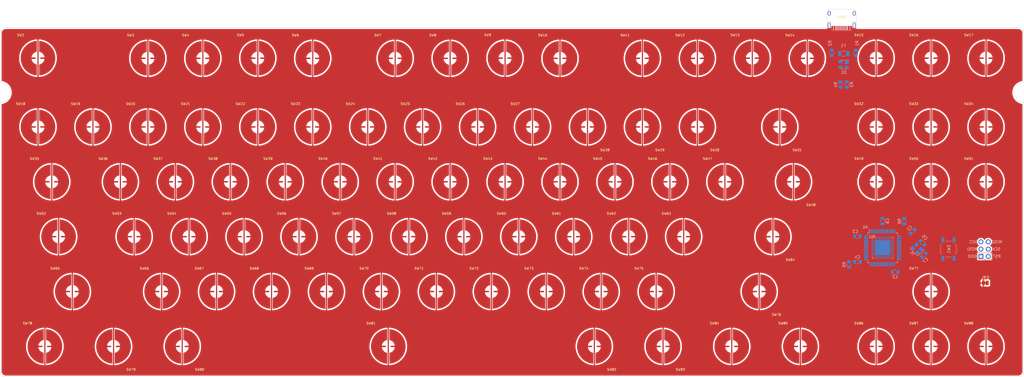
<source format=kicad_pcb>
(kicad_pcb (version 20211014) (generator pcbnew)
  (layers (0 "F.Cu" signal) (31 "B.Cu" signal) (34 "B.Paste" user) (35 "F.Paste" user) (36 "B.SilkS" user "B.Silkscreen") (37 "F.SilkS" user "F.Silkscreen") (38 "B.Mask" user) (39 "F.Mask" user) (44 "Edge.Cuts" user))
  (net 0 "")
  (net 1 "GND")
  (net 2 "D+")
  (net 3 "D-")
  (net 4 "VCC")
  (net 5 "COL0")
  (net 6 "COL1")
  (net 7 "COL2")
  (net 8 "COL3")
  (net 9 "COL4")
  (net 10 "COL5")
  (net 11 "COL6")
  (net 12 "COL7")
  (net 13 "COL8")
  (net 14 "Scroll_LED")
  (net 15 "/MCU_D-")
  (net 16 "/MCU_D+")
  (net 17 "Net-(C6-Pad1)")
  (net 18 "ROW0")
  (net 19 "ROW1")
  (net 20 "RST")
  (net 21 "XTAL2")
  (net 22 "XTAL1")
  (net 23 "ROW4")
  (net 24 "ROW5")
  (net 25 "Caps_LED")
  (net 26 "ROW11")
  (net 27 "ROW10")
  (net 28 "ROW8")
  (net 29 "ROW9")
  (net 30 "ROW6")
  (net 31 "ROW7")
  (net 32 "Net-(R5-Pad1)")
  (net 34 "VBUS")
  (net 35 "MOSI")
  (net 36 "MISO")
  (net 39 "Net-(R1-Pad2)")
  (net 40 "Net-(R2-Pad1)")
  (net 43 "GNDA")
  (net 44 "COL9")
  (net 45 "COL10")
  (net 46 "COL11")
  (net 47 "COL12")
  (net 48 "COL13")
  (net 49 "COL14")
  (net 50 "COL15")
  (net 51 "COL16")
  (footprint "cipulot_parts:ecs_pad" (layer "F.Cu") (at 277.21 117.9425 180)
    (fp_text reference "SW30")
    (fp_text value "EC_SW" hide)
  )
  (footprint "cipulot_parts:ecs_pad" (layer "F.Cu") (at 267.71 136.9425)
    (fp_text reference "SW46")
    (fp_text value "EC_SW" hide)
  )
  (footprint "cipulot_parts:ecs_pad" (layer "F.Cu") (at 106.21 117.9425)
    (fp_text reference "SW21")
    (fp_text value "EC_SW" hide)
  )
  (footprint "cipulot_parts:ecs_pad" (layer "F.Cu") (at 277.21 94.1925)
    (fp_text reference "SW12")
    (fp_text value "EC_SW" hide)
  )
  (footprint "cipulot_parts:ecs_pad" (layer "F.Cu") (at 167.96 174.9425)
    (fp_text reference "SW70")
    (fp_text value "EC_SW" hide)
  )
  (footprint "cipulot_parts:ecs_pad" (layer "F.Cu") (at 201.21 117.9425)
    (fp_text reference "SW26")
    (fp_text value "EC_SW" hide)
  )
  (footprint "cipulot_parts:ecs_pad" (layer "F.Cu") (at 265.335 193.9425 180)
    (fp_text reference "SW83")
    (fp_text value "EC_SW" hide)
  )
  (footprint "cipulot_parts:ecs_pad" (layer "F.Cu") (at 172.71 94.1925)
    (fp_text reference "SW7")
    (fp_text value "EC_SW" hide)
  )
  (footprint "cipulot_parts:ecs_pad" (layer "F.Cu") (at 91.96 174.9425)
    (fp_text reference "SW66")
    (fp_text value "EC_SW" hide)
  )
  (footprint "cipulot_parts:ecs_pad" (layer "F.Cu") (at 101.46 155.9425)
    (fp_text reference "SW54")
    (fp_text value "EC_SW" hide)
  )
  (footprint "cipulot_parts:ecs_pad" (layer "F.Cu") (at 148.96 174.9425)
    (fp_text reference "SW69")
    (fp_text value "EC_SW" hide)
  )
  (footprint "cipulot_parts:ecs_pad" (layer "F.Cu") (at 129.96 174.9425)
    (fp_text reference "SW68")
    (fp_text value "EC_SW" hide)
  )
  (footprint "cipulot_parts:ecs_pad" (layer "F.Cu") (at 49.21 94.13)
    (fp_text reference "SW2")
    (fp_text value "EC_SW" hide)
  )
  (footprint "cipulot_parts:ecs_pad" (layer "F.Cu") (at 61.085 174.9425)
    (fp_text reference "SW65")
    (fp_text value "EC_SW" hide)
  )
  (footprint "cipulot_parts:ecs_pad" (layer "F.Cu") (at 310.46 136.9425 180)
    (fp_text reference "SW48")
    (fp_text value "EC_SW" hide)
  )
  (footprint "cipulot_parts:ecs_pad" (layer "F.Cu") (at 358.0225 193.9425)
    (fp_text reference "SW87")
    (fp_text value "EC_SW" hide)
  )
  (footprint "cipulot_parts:ecs_pad" (layer "F.Cu") (at 358.0225 94.13)
    (fp_text reference "SW16")
    (fp_text value "EC_SW" hide)
  )
  (footprint "cipulot_parts:ecs_pad" (layer "F.Cu") (at 258.21 117.9425 180)
    (fp_text reference "SW29")
    (fp_text value "EC_SW" hide)
  )
  (footprint "cipulot_parts:ecs_pad" (layer "F.Cu") (at 258.21 94.1925)
    (fp_text reference "SW11")
    (fp_text value "EC_SW" hide)
  )
  (footprint "cipulot_parts:ecs_pad" (layer "F.Cu") (at 177.46 155.9425)
    (fp_text reference "SW58")
    (fp_text value "EC_SW" hide)
  )
  (footprint "cipulot_parts:ecs_pad" (layer "F.Cu") (at 315.21 94.1925)
    (fp_text reference "SW14")
    (fp_text value "EC_SW" hide)
  )
  (footprint "cipulot_parts:ecs_pad" (layer "F.Cu") (at 253.46 155.9425)
    (fp_text reference "SW62")
    (fp_text value "EC_SW" hide)
  )
  (footprint "cipulot_parts:ecs_pad" (layer "F.Cu") (at 272.46 155.9425)
    (fp_text reference "SW63")
    (fp_text value "EC_SW" hide)
  )
  (footprint "cipulot_parts:ecs_pad" (layer "F.Cu") (at 125.21 117.9425)
    (fp_text reference "SW22")
    (fp_text value "EC_SW" hide)
  )
  (footprint "cipulot_parts:ecs_pad" (layer "F.Cu") (at 239.21 117.9425 180)
    (fp_text reference "SW28")
    (fp_text value "EC_SW" hide)
  )
  (footprint "cipulot_parts:ecs_pad" (layer "F.Cu") (at 229.71 136.9425)
    (fp_text reference "SW44")
    (fp_text value "EC_SW" hide)
  )
  (footprint "cipulot_parts:ecs_pad" (layer "F.Cu") (at 220.21 117.9425)
    (fp_text reference "SW27")
    (fp_text value "EC_SW" hide)
  )
  (footprint "cipulot_parts:ecs_pad" (layer "F.Cu") (at 286.71 136.9425)
    (fp_text reference "SW47")
    (fp_text value "EC_SW" hide)
  )
  (footprint "cipulot_parts:ecs_pad" (layer "F.Cu") (at 243.96 174.9425)
    (fp_text reference "SW74")
    (fp_text value "EC_SW" hide)
  )
  (footprint "cipulot_parts:ecs_pad" (layer "F.Cu") (at 298.585 174.9425 180)
    (fp_text reference "SW76")
    (fp_text value "EC_SW" hide)
  )
  (footprint "cipulot_parts:ecs_pad" (layer "F.Cu") (at 196.46 155.9425)
    (fp_text reference "SW59")
    (fp_text value "EC_SW" hide)
  )
  (footprint "cipulot_parts:ecs_pad" (layer "F.Cu") (at 53.96 136.9425)
    (fp_text reference "SW35")
    (fp_text value "EC_SW" hide)
  )
  (footprint "cipulot_parts:ecs_pad" (layer "F.Cu") (at 210.71 136.9425)
    (fp_text reference "SW43")
    (fp_text value "EC_SW" hide)
  )
  (footprint "cipulot_parts:ecs_pad" (layer "F.Cu") (at 186.96 174.9425)
    (fp_text reference "SW71")
    (fp_text value "EC_SW" hide)
  )
  (footprint "cipulot_parts:ecs_pad" (layer "F.Cu") (at 312.835 193.9425)
    (fp_text reference "SW85")
    (fp_text value "EC_SW" hide)
  )
  (footprint "cipulot_parts:HRO-TYPE-C-31-M-12-Assembly" (layer "F.Cu") (at 327.12 75.9975 180)
    (fp_text reference "USB1")
    (fp_text value "HRO-TYPE-C-31-M-12")
  )
  (footprint "cipulot_parts:ecs_pad" (layer "F.Cu") (at 182.21 117.9425)
    (fp_text reference "SW25")
    (fp_text value "EC_SW" hide)
  )
  (footprint "cipulot_parts:ecs_pad" (layer "F.Cu") (at 248.71 136.9425)
    (fp_text reference "SW45")
    (fp_text value "EC_SW" hide)
  )
  (footprint "cipulot_parts:ecs_pad" (layer "F.Cu") (at 125.21 94.13)
    (fp_text reference "SW5")
    (fp_text value "EC_SW" hide)
  )
  (footprint "cipulot_parts:ecs_pad" (layer "F.Cu") (at 144.21 117.9425)
    (fp_text reference "SW23")
    (fp_text value "EC_SW" hide)
  )
  (footprint "cipulot_parts:ecs_pad" (layer "F.Cu") (at 134.71 136.9425)
    (fp_text reference "SW39")
    (fp_text value "EC_SW" hide)
  )
  (footprint "cipulot_parts:ecs_pad" (layer "F.Cu") (at 358.0225 117.9425)
    (fp_text reference "SW33")
    (fp_text value "EC_SW" hide)
  )
  (footprint "cipulot_parts:ecs_pad" (layer "F.Cu") (at 56.335 155.9425)
    (fp_text reference "SW52")
    (fp_text value "EC_SW" hide)
  )
  (footprint "cipulot_parts:ecs_pad" (layer "F.Cu") (at 172.71 136.9425)
    (fp_text reference "SW41")
    (fp_text value "EC_SW" hide)
  )
  (footprint "cipulot_parts:ecs_pad" (layer "F.Cu") (at 120.46 155.9425)
    (fp_text reference "SW55")
    (fp_text value "EC_SW" hide)
  )
  (footprint "cipulot_parts:ecs_pad" (layer "F.Cu") (at 305.71 117.9425 180)
    (fp_text reference "SW31")
    (fp_text value "EC_SW" hide)
  )
  (footprint "cipulot_parts:ecs_pad" (layer "F.Cu") (at 82.46 155.9425)
    (fp_text reference "SW53")
    (fp_text value "EC_SW" hide)
  )
  (footprint "cipulot_parts:ecs_pad" (layer "F.Cu") (at 191.71 94.1925)
    (fp_text reference "SW8")
    (fp_text value "EC_SW" hide)
  )
  (footprint "cipulot_parts:ecs_pad" (layer "F.Cu") (at 87.21 94.1925)
    (fp_text reference "SW3")
    (fp_text value "EC_SW" hide)
  )
  (footprint "cipulot_parts:ecs_pad" (layer "F.Cu") (at 51.585 193.9425)
    (fp_text reference "SW78")
    (fp_text value "EC_SW" hide)
  )
  (footprint "cipulot_parts:ecs_pad" (layer "F.Cu") (at 96.71 136.9425)
    (fp_text reference "SW37")
    (fp_text value "EC_SW" hide)
  )
  (footprint "cipulot_parts:ecs_pad" (layer "F.Cu") (at 106.21 94.1925)
    (fp_text reference "SW4")
    (fp_text value "EC_SW" hide)
  )
  (footprint "cipulot_parts:ecs_pad" (layer "F.Cu") (at 234.46 155.9425)
    (fp_text reference "SW61")
    (fp_text value "EC_SW" hide)
  )
  (footprint "cipulot_parts:ecs_pad" (layer "F.Cu") (at 99.085 193.9425 180)
    (fp_text reference "SW80")
    (fp_text value "EC_SW" hide)
  )
  (footprint "cipulot_parts:ecs_pad" (layer "F.Cu") (at 87.21 117.9425)
    (fp_text reference "SW20")
    (fp_text value "EC_SW" hide)
  )
  (footprint "cipulot_parts:ecs_pad" (layer "F.Cu") (at 229.71 94.1925)
    (fp_text reference "SW10")
    (fp_text value "EC_SW" hide)
  )
  (footprint "cipulot_parts:ecs_pad" (layer "F.Cu") (at 110.96 174.9425)
    (fp_text reference "SW67")
    (fp_text value "EC_SW" hide)
  )
  (footprint "cipulot_parts:ecs_pad" (layer "F.Cu") (at 115.71 136.9425)
    (fp_text reference "SW38")
    (fp_text value "EC_SW" hide)
  )
  (footprint "cipulot_parts:ecs_pad" (layer "F.Cu") (at 339.0225 193.9425)
    (fp_text reference "SW86")
    (fp_text value "EC_SW" hide)
  )
  (footprint "cipulot_parts:ecs_pad" (layer "F.Cu") (at 296.21 94.13)
    (fp_text reference "SW13")
    (fp_text value "EC_SW" hide)
  )
  (footprint "cipulot_parts:ecs_pad" (layer "F.Cu") (at 153.71 136.9425)
    (fp_text reference "SW40")
    (fp_text value "EC_SW" hide)
  )
  (footprint "cipulot_parts:ecs_pad" (layer "F.Cu") (at 49.21 117.9425)
    (fp_text reference "SW18")
    (fp_text value "EC_SW" hide)
  )
  (footprint "cipulot_parts:ecs_pad" (layer "F.Cu") (at 163.21 117.9425)
    (fp_text reference "SW24")
    (fp_text value "EC_SW" hide)
  )
  (footprint "cipulot_parts:ecs_pad" (layer "F.Cu") (at 144.21 94.1925)
    (fp_text reference "SW6")
    (fp_text value "EC_SW" hide)
  )
  (footprint "cipulot_parts:ecs_pad" (layer "F.Cu") (at 377.0225 94.13)
    (fp_text reference "SW17")
    (fp_text value "EC_SW" hide)
  )
  (footprint "cipulot_parts:ecs_pad" (layer "F.Cu") (at 77.71 136.9425)
    (fp_text reference "SW36")
    (fp_text value "EC_SW" hide)
  )
  (footprint "cipulot_parts:ecs_pad" (layer "F.Cu") (at 358.0225 136.9425)
    (fp_text reference "SW50")
    (fp_text value "EC_SW" hide)
  )
  (footprint "cipulot_parts:ecs_pad" (layer "F.Cu") (at 339.0225 136.9425)
    (fp_text reference "SW49")
    (fp_text value "EC_SW" hide)
  )
  (footprint "cipulot_parts:ecs_pad" (layer "F.Cu") (at 303.335 155.9425 180)
    (fp_text reference "SW64")
    (fp_text value "EC_SW" hide)
  )
  (footprint "cipulot_parts:ecs_pad" (layer "F.Cu") (at 158.46 155.9425)
    (fp_text reference "SW57")
    (fp_text value "EC_SW" hide)
  )
  (footprint "cipulot_parts:ecs_pad" (layer "F.Cu") (at 262.96 174.9425)
    (fp_text reference "SW75")
    (fp_text value "EC_SW" hide)
  )
  (footprint "cipulot_parts:ecs_pad" (layer "F.Cu") (at 68.21 117.9425)
    (fp_text reference "SW19")
    (fp_text value "EC_SW" hide)
  )
  (footprint "cipulot_parts:ecs_pad" (layer "F.Cu") (at 358.0225 174.9425)
    (fp_text reference "SW77")
    (fp_text value "EC_SW" hide)
  )
  (footprint "Jumper:SolderJumper-2_P1.3mm_Bridged_Pad1.0x1.5mm" (layer "F.Cu") (at 376.765 171.965)
    (fp_text reference "JP2")
    (fp_text value "Jumper_NC_Small")
  )
  (footprint "cipulot_parts:ecs_pad" (layer "F.Cu") (at 215.46 155.9425)
    (fp_text reference "SW60")
    (fp_text value "EC_SW" hide)
  )
  (footprint "cipulot_parts:ecs_pad" (layer "F.Cu") (at 339.0225 117.9425)
    (fp_text reference "SW32")
    (fp_text value "EC_SW" hide)
  )
  (footprint "cipulot_parts:ecs_pad" (layer "F.Cu") (at 139.46 155.9425)
    (fp_text reference "SW56")
    (fp_text value "EC_SW" hide)
  )
  (footprint "cipulot_parts:ecs_pad" (layer "F.Cu") (at 339.0225 94.13)
    (fp_text reference "SW15")
    (fp_text value "EC_SW" hide)
  )
  (footprint "cipulot_parts:ecs_pad" (layer "F.Cu") (at 170.335 193.9425)
    (fp_text reference "SW81")
    (fp_text value "EC_SW" hide)
  )
  (footprint "cipulot_parts:ecs_pad" (layer "F.Cu") (at 377.0225 136.9425)
    (fp_text reference "SW51")
    (fp_text value "EC_SW" hide)
  )
  (footprint "cipulot_parts:ecs_pad" (layer "F.Cu") (at 191.71 136.9425)
    (fp_text reference "SW42")
    (fp_text value "EC_SW" hide)
  )
  (footprint "cipulot_parts:ecs_pad" (layer "F.Cu") (at 377.0225 117.9425)
    (fp_text reference "SW34")
    (fp_text value "EC_SW" hide)
  )
  (footprint "cipulot_parts:ecs_pad" (layer "F.Cu") (at 377.0225 193.9425)
    (fp_text reference "SW88")
    (fp_text value "EC_SW" hide)
  )
  (footprint "cipulot_parts:ecs_pad" (layer "F.Cu") (at 289.085 193.9425)
    (fp_text reference "SW84")
    (fp_text value "EC_SW" hide)
  )
  (footprint "cipulot_parts:ecs_pad" (layer "F.Cu") (at 205.96 174.9425)
    (fp_text reference "SW72")
    (fp_text value "EC_SW" hide)
  )
  (footprint "cipulot_parts:ecs_pad" (layer "F.Cu") (at 241.585 193.9425 180)
    (fp_text reference "SW82")
    (fp_text value "EC_SW" hide)
  )
  (footprint "cipulot_parts:ecs_pad" (layer "F.Cu") (at 75.335 193.9425 180)
    (fp_text reference "SW79")
    (fp_text value "EC_SW" hide)
  )
  (footprint "cipulot_parts:ecs_pad" (layer "F.Cu") (at 210.71 94.13)
    (fp_text reference "SW9")
    (fp_text value "EC_SW" hide)
  )
  (footprint "cipulot_parts:ecs_pad" (layer "F.Cu") (at 224.96 174.9425)
    (fp_text reference "SW73")
    (fp_text value "EC_SW" hide)
  )
  (footprint "Package_TO_SOT_SMD:SOT-143" (layer "B.Cu") (at 327.785 96.33 180)
    (fp_text reference "D1")
    (fp_text value "PRTR5V0U2X")
  )
  (footprint "Resistor_SMD:R_0805_2012Metric" (layer "B.Cu") (at 326.685 103.28 -90)
    (fp_text reference "R4")
    (fp_text value "22")
  )
  (footprint "Resistor_SMD:R_0805_2012Metric" (layer "B.Cu") (at 328.885 103.28 -90)
    (fp_text reference "R3")
    (fp_text value "22")
  )
  (footprint "Package_QFP:TQFP-44_10x10mm_P0.8mm" (layer "B.Cu") (at 341.255 159.785 -90)
    (fp_text reference "AU")
    (fp_text value "ATmega32U4-A")
  )
  (footprint "Resistor_SMD:R_0805_2012Metric" (layer "B.Cu") (at 323.635 92.28 -90)
    (fp_text reference "R2")
    (fp_text value "5.1k")
  )
  (footprint "Capacitor_SMD:C_0805_2012Metric" (layer "B.Cu") (at 341.255 150.555 90)
    (fp_text reference "C6")
    (fp_text value "1u")
  )
  (footprint "Fuse:Fuse_1206_3216Metric" (layer "B.Cu") (at 327.785 92.555)
    (fp_text reference "F1")
    (fp_text value "500mA")
  )
  (footprint "Capacitor_SMD:C_0805_2012Metric" (layer "B.Cu") (at 355.11 158.08 135)
    (fp_text reference "C5")
    (fp_text value "22p")
  )
  (footprint "Resistor_SMD:R_0805_2012Metric" (layer "B.Cu") (at 331.935 92.28 90)
    (fp_text reference "R1")
    (fp_text value "5.1k")
  )
  (footprint "Package_DFN_QFN:QFN-44-1EP_7x7mm_P0.5mm_EP5.2x5.2mm" (layer "B.Cu") (at 341.255 159.785 -90)
    (fp_text reference "MU")
    (fp_text value "QFN-44-1EP_7x7mm_P0.5mm_EP5.2x5.2mm" hide)
  )
  (footprint "Capacitor_SMD:C_0805_2012Metric" (layer "B.Cu") (at 332.535 164.655 180)
    (fp_text reference "C4")
    (fp_text value "10u")
  )
  (footprint "Capacitor_SMD:C_0805_2012Metric" (layer "B.Cu") (at 355.435 162.33 -135)
    (fp_text reference "C7")
    (fp_text value "22p")
  )
  (footprint "cipulot_parts:Reset_Pretty" (layer "B.Cu") (at 376.51 160.255 180)
    (fp_text reference "J1")
    (fp_text value "AVR-ISP-6-Connector")
  )
  (footprint "Capacitor_SMD:C_0805_2012Metric" (layer "B.Cu") (at 332.535 155.805 180)
    (fp_text reference "C3")
    (fp_text value "0.1u")
  )
  (footprint "Capacitor_SMD:C_0805_2012Metric" (layer "B.Cu") (at 351.61 154.155 45)
    (fp_text reference "C1")
    (fp_text value "0.1u")
  )
  (footprint "cipulot_parts:Crystal_SMD_3225-4pin_3.2x2.5mm" (layer "B.Cu") (at 353.16 160.08 135)
    (fp_text reference "Y1")
    (fp_text value "16MHz")
  )
  (footprint "Resistor_SMD:R_0805_2012Metric" (layer "B.Cu") (at 329.635 165.555 90)
    (fp_text reference "R5")
    (fp_text value "10k")
  )
  (footprint "Button_Switch_SMD:SW_SPST_TL3342" (layer "B.Cu") (at 364.035 160.255 90)
    (fp_text reference "SW1")
    (fp_text value "SW_Push")
  )
  (footprint "Capacitor_SMD:C_0805_2012Metric" (layer "B.Cu") (at 345.585 168.18)
    (fp_text reference "C2")
    (fp_text value "0.1u")
  )
  (footprint "Resistor_SMD:R_0805_2012Metric" (layer "B.Cu") (at 348.735 150.605 -90)
    (fp_text reference "R6")
    (fp_text value "10k")
  )
  (gr_line (start 38.11625 83.53625) (end 321.51625 83.536249) (layer "Edge.Cuts") (width 0.1))
  (gr_line (start 332.16625 78.361249) (end 332.16625 82.986249) (layer "Edge.Cuts") (width 0.1))
  (gr_arc (start 36.11625 85.53625) (mid 36.702036 84.122036) (end 38.11625 83.53625) (layer "Edge.Cuts") (width 0.1))
  (gr_arc (start 388.116251 83.536249) (mid 389.530465 84.122035) (end 390.116251 85.536249) (layer "Edge.Cuts") (width 0.1))
  (gr_line (start 390.116251 109.53625) (end 390.116251 202.536249) (layer "Edge.Cuts") (width 0.1))
  (gr_arc (start 390.116251 202.536249) (mid 389.530465 203.950463) (end 388.116251 204.536249) (layer "Edge.Cuts") (width 0.1))
  (gr_line (start 322.06625 78.361249) (end 322.06625 82.986249) (layer "Edge.Cuts") (width 0.1))
  (gr_arc (start 331.023245 77.218244) (mid 331.83174 77.552754) (end 332.16625 78.361249) (layer "Edge.Cuts") (width 0.1))
  (gr_line (start 36.116251 202.536249) (end 36.116249 109.53625) (layer "Edge.Cuts") (width 0.1))
  (gr_arc (start 322.06625 82.986249) (mid 321.905159 83.375158) (end 321.51625 83.536249) (layer "Edge.Cuts") (width 0.1))
  (gr_line (start 327.116251 77.218244) (end 331.023245 77.218244) (layer "Edge.Cuts") (width 0.1))
  (gr_arc (start 390.116251 109.53625) (mid 386.616251 106.03625) (end 390.116251 102.53625) (layer "Edge.Cuts") (width 0.1))
  (gr_line (start 332.71625 83.536249) (end 388.116251 83.536249) (layer "Edge.Cuts") (width 0.1))
  (gr_arc (start 332.71625 83.536249) (mid 332.327341 83.375158) (end 332.16625 82.986249) (layer "Edge.Cuts") (width 0.1))
  (gr_arc (start 38.116251 204.536249) (mid 36.702037 203.950463) (end 36.116251 202.536249) (layer "Edge.Cuts") (width 0.1))
  (gr_line (start 390.116251 102.53625) (end 390.116251 85.536249) (layer "Edge.Cuts") (width 0.1))
  (gr_line (start 388.116251 204.536249) (end 38.116251 204.536249) (layer "Edge.Cuts") (width 0.1))
  (gr_arc (start 322.06625 78.361249) (mid 322.401249 77.553243) (end 323.209256 77.218244) (layer "Edge.Cuts") (width 0.1))
  (gr_arc (start 36.116249 102.53625) (mid 39.616249 106.03625) (end 36.116249 109.53625) (layer "Edge.Cuts") (width 0.1))
  (gr_line (start 327.116251 77.218244) (end 323.209256 77.218244) (layer "Edge.Cuts") (width 0.1))
  (gr_line (start 36.116249 102.53625) (end 36.11625 85.53625) (layer "Edge.Cuts") (width 0.1))
  (zone (net 43) (net_name "GNDA") (layers F&B.Cu) (connect_pads (clearance 0.508)) (min_thickness 0.254) (fill yes (thermal_gap 0.508) (thermal_bridge_width 0.508))
    (polygon (pts (xy 390.12625 204.54) (xy 36.11625 204.54) (xy 36.11625 83.54) (xy 390.12625 83.54)))
  )
)
</source>
